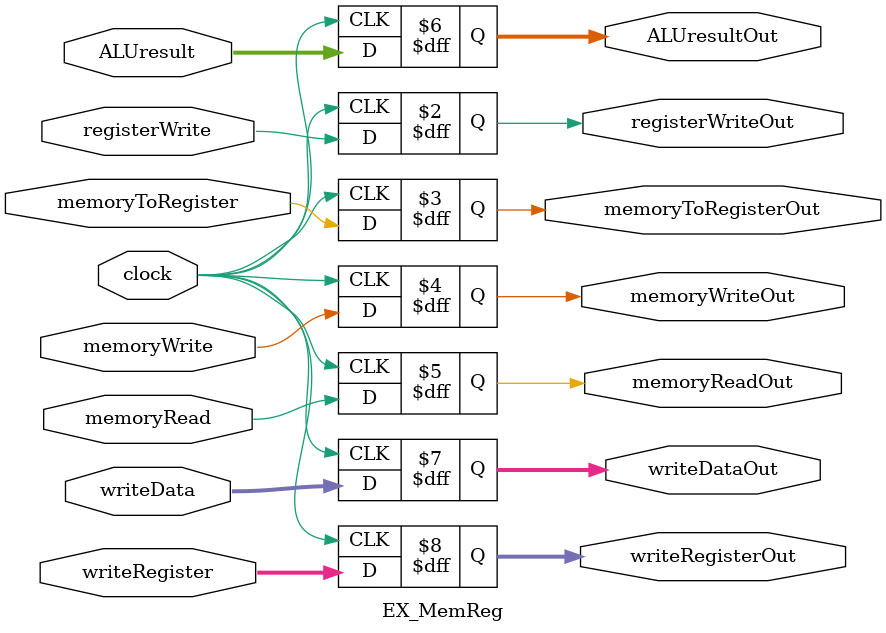
<source format=v>
module EX_MemReg (
  input clock,
  input registerWrite,
  input memoryToRegister,
  input memoryWrite,
  input memoryRead,
  input [31:0] ALUresult,
  input [31:0] writeData,
  input [4:0] writeRegister,
  output reg registerWriteOut,
  output reg memoryToRegisterOut,
  output reg memoryWriteOut,
	output reg memoryReadOut,
  output reg [31:0] ALUresultOut,
  output reg [31:0] writeDataOut,
  output reg [4:0] writeRegisterOut
);
always@(posedge clock)begin
      writeDataOut <= writeData;
      memoryToRegisterOut <= memoryToRegister;
      writeRegisterOut <= writeRegister;    
      registerWriteOut <= registerWrite;
      memoryWriteOut <= memoryWrite;
      memoryReadOut <= memoryRead;
      ALUresultOut <= ALUresult;
end
endmodule
</source>
